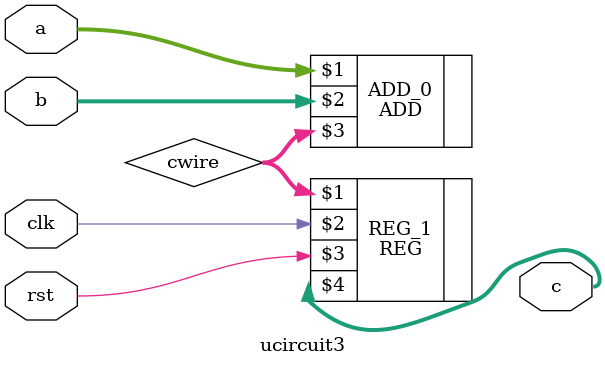
<source format=v>
module ucircuit3(clk, rst, a, b, c);

	input clk, rst;
	input [31:0] a;
	input [15:0] b;
	output [7:0] c;
	wire [7:0] cwire;

	ADD #(8)ADD_0(a, b, cwire);
	REG #(8)REG_1(cwire, clk, rst, c);

endmodule


</source>
